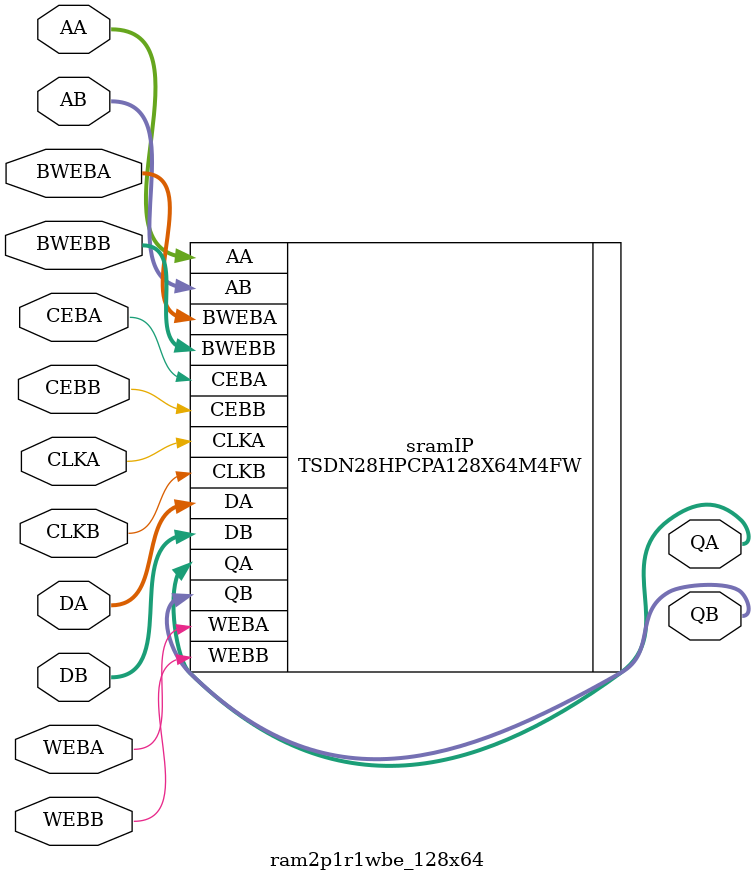
<source format=sv>

module ram2p1r1wbe_128x64(
  input  logic          CLKA,
  input  logic          CLKB,
  input  logic          CEBA,
  input  logic          CEBB,
  input  logic          WEBA,
  input  logic          WEBB,
  input  logic [6:0]    AA,
  input  logic [6:0]    AB,
  input  logic [63:0]   DA,
  input  logic [63:0]   DB,
  input  logic [63:0]   BWEBA,
  input  logic [63:0]   BWEBB,
  output logic [63:0]   QA,
  output logic [63:0]   QB
);

   // replace "generic128x64RAM" with "TSDN..128X64.." module from your memory vendor
  TSDN28HPCPA128X64M4FW sramIP (.CLKA, .CLKB, .CEBA, .CEBB, .WEBA, .WEBB,
    .AA, .AB, .DA, .DB, .BWEBA, .BWEBB, .QA, .QB);
  // generic128x64RAM sramIP (.CLKA, .CLKB, .CEBA, .CEBB, .WEBA, .WEBB,
//         .AA, .AB, .DA, .DB, .BWEBA, .BWEBB, .QA, .QB);

endmodule

</source>
